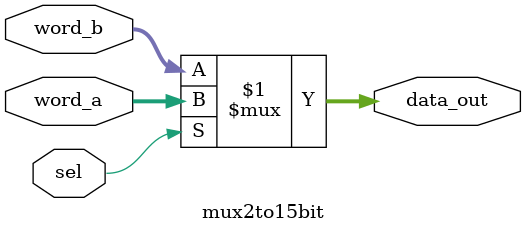
<source format=v>
module mux2to132bit(word_a, word_b, sel, data_out);
    input [31:0] word_a, word_b;   // Entradas de dados
    input sel;                     // Seletor
    output [31:0]data_out;         // Saída de dados

    assign data_out = sel ? word_a : word_b;
endmodule

module mux2to15bit(word_a, word_b, sel, data_out);
    input [4:0] word_a, word_b;   // Entradas de dados
    input sel;                    // Seletor
    output [4:0] data_out;        // Saída de dados

    assign data_out = sel ? word_a : word_b;
endmodule
</source>
